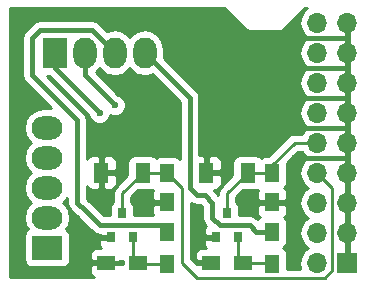
<source format=gbr>
%TF.GenerationSoftware,KiCad,Pcbnew,4.0.7*%
%TF.CreationDate,2018-08-19T23:23:26+02:00*%
%TF.ProjectId,HB-UNI-644-S4-A4,48422D554E492D3634342D53342D4134,2.0*%
%TF.FileFunction,Copper,L2,Bot,Signal*%
%FSLAX46Y46*%
G04 Gerber Fmt 4.6, Leading zero omitted, Abs format (unit mm)*
G04 Created by KiCad (PCBNEW 4.0.7) date 08/19/18 23:23:26*
%MOMM*%
%LPD*%
G01*
G04 APERTURE LIST*
%ADD10C,0.100000*%
%ADD11R,1.700000X1.700000*%
%ADD12O,1.700000X1.700000*%
%ADD13R,1.250000X1.500000*%
%ADD14R,1.300000X1.700000*%
%ADD15R,2.000000X2.600000*%
%ADD16O,2.000000X2.600000*%
%ADD17R,2.600000X2.000000*%
%ADD18O,2.600000X2.000000*%
%ADD19R,0.800000X0.900000*%
%ADD20R,1.500000X1.300000*%
%ADD21R,1.300000X1.500000*%
%ADD22C,0.600000*%
%ADD23C,0.400000*%
%ADD24C,0.250000*%
%ADD25C,0.254000*%
G04 APERTURE END LIST*
D10*
D11*
X118110000Y-104140000D03*
D12*
X115570000Y-104140000D03*
X118110000Y-101600000D03*
X115570000Y-101600000D03*
X118110000Y-99060000D03*
X115570000Y-99060000D03*
X118110000Y-96520000D03*
X115570000Y-96520000D03*
X118110000Y-93980000D03*
X115570000Y-93980000D03*
X118110000Y-91440000D03*
X115570000Y-91440000D03*
X118110000Y-88900000D03*
X115570000Y-88900000D03*
X118110000Y-86360000D03*
X115570000Y-86360000D03*
X118110000Y-83820000D03*
X115570000Y-83820000D03*
D13*
X102870000Y-96540000D03*
X102870000Y-99040000D03*
X111760000Y-96540000D03*
X111760000Y-99040000D03*
D14*
X100810000Y-96520000D03*
X97310000Y-96520000D03*
X109700000Y-96520000D03*
X106200000Y-96520000D03*
D15*
X93345000Y-86360000D03*
D16*
X95885000Y-86360000D03*
X98425000Y-86360000D03*
X100965000Y-86360000D03*
D17*
X92710000Y-102870000D03*
D18*
X92710000Y-100330000D03*
X92710000Y-97790000D03*
X92710000Y-95250000D03*
X92710000Y-92710000D03*
D19*
X100010000Y-101965000D03*
X98110000Y-101965000D03*
X99060000Y-99965000D03*
X108900000Y-101965000D03*
X107000000Y-101965000D03*
X107950000Y-99965000D03*
D20*
X100410000Y-104140000D03*
X97710000Y-104140000D03*
X109300000Y-104140000D03*
X106600000Y-104140000D03*
D21*
X102870000Y-101520000D03*
X102870000Y-104220000D03*
X111760000Y-101520000D03*
X111760000Y-104220000D03*
D22*
X113665000Y-84455000D03*
X96520000Y-98425000D03*
X95250000Y-104140000D03*
X95250000Y-100330000D03*
X99060000Y-104140000D03*
X113665000Y-100965000D03*
X113665000Y-97790000D03*
X105410000Y-101600000D03*
X105410000Y-99695000D03*
X99060000Y-92075000D03*
X99060000Y-94615000D03*
X101600000Y-99060000D03*
X113665000Y-95250000D03*
X109220000Y-92710000D03*
X102870000Y-92710000D03*
X109220000Y-90170000D03*
X109220000Y-87630000D03*
X109220000Y-85090000D03*
X97155000Y-91440000D03*
X98425000Y-90805000D03*
D23*
X113665000Y-85090000D02*
X113665000Y-84455000D01*
X95250000Y-104140000D02*
X97710000Y-104140000D01*
X97710000Y-104140000D02*
X99060000Y-104140000D01*
X113665000Y-100965000D02*
X113665000Y-97790000D01*
X105775000Y-101965000D02*
X105410000Y-101600000D01*
X105775000Y-101965000D02*
X107000000Y-101965000D01*
X99060000Y-92075000D02*
X99060000Y-94615000D01*
X118110000Y-93980000D02*
X118110000Y-95250000D01*
X118110000Y-95250000D02*
X113665000Y-95250000D01*
X118110000Y-91440000D02*
X118110000Y-92710000D01*
X118110000Y-92710000D02*
X109220000Y-92710000D01*
X102235000Y-92075000D02*
X99060000Y-92075000D01*
X102870000Y-92710000D02*
X102235000Y-92075000D01*
X99060000Y-92075000D02*
X99060000Y-93345000D01*
X118110000Y-88900000D02*
X118110000Y-90170000D01*
X118110000Y-90170000D02*
X109220000Y-90170000D01*
X118110000Y-86360000D02*
X118110000Y-87630000D01*
X118110000Y-87630000D02*
X109220000Y-87630000D01*
X118110000Y-83820000D02*
X118110000Y-85090000D01*
X118110000Y-85090000D02*
X113665000Y-85090000D01*
X113665000Y-85090000D02*
X109220000Y-85090000D01*
D24*
X113030000Y-105410000D02*
X116205000Y-105410000D01*
X116840000Y-97790000D02*
X115570000Y-96520000D01*
X116840000Y-104775000D02*
X116840000Y-97790000D01*
X116205000Y-105410000D02*
X116840000Y-104775000D01*
X102870000Y-96540000D02*
X102890000Y-96540000D01*
X102890000Y-96540000D02*
X104140000Y-97790000D01*
X105410000Y-105410000D02*
X113030000Y-105410000D01*
X104140000Y-104140000D02*
X105410000Y-105410000D01*
X104140000Y-97790000D02*
X104140000Y-104140000D01*
X100810000Y-96520000D02*
X102850000Y-96520000D01*
X102850000Y-96520000D02*
X102870000Y-96540000D01*
X99060000Y-99965000D02*
X99060000Y-98270000D01*
X99060000Y-98270000D02*
X100810000Y-96520000D01*
X115570000Y-93980000D02*
X113665000Y-93980000D01*
X113665000Y-93980000D02*
X111760000Y-95885000D01*
X111760000Y-95885000D02*
X111760000Y-96540000D01*
X109700000Y-96520000D02*
X111740000Y-96520000D01*
X111740000Y-96520000D02*
X111760000Y-96540000D01*
X107950000Y-99965000D02*
X107950000Y-98270000D01*
X107950000Y-98270000D02*
X109700000Y-96520000D01*
D23*
X93345000Y-86360000D02*
X93345000Y-87630000D01*
X93345000Y-87630000D02*
X97155000Y-91440000D01*
X95885000Y-86360000D02*
X95885000Y-88265000D01*
X95885000Y-88265000D02*
X98425000Y-90805000D01*
X95250000Y-94615000D02*
X95250000Y-92075000D01*
X96520000Y-84455000D02*
X98425000Y-86360000D01*
X92075000Y-84455000D02*
X96520000Y-84455000D01*
X91440000Y-85090000D02*
X92075000Y-84455000D01*
X91440000Y-88265000D02*
X91440000Y-85090000D01*
X95250000Y-92075000D02*
X91440000Y-88265000D01*
X95885000Y-99695000D02*
X95250000Y-99060000D01*
X95250000Y-99060000D02*
X95250000Y-94615000D01*
X102870000Y-101520000D02*
X102790000Y-101520000D01*
X102790000Y-101520000D02*
X102235000Y-100965000D01*
X102235000Y-100965000D02*
X97155000Y-100965000D01*
X97155000Y-100965000D02*
X95885000Y-99695000D01*
D24*
X97155000Y-100965000D02*
X95885000Y-99695000D01*
X102870000Y-101520000D02*
X102950000Y-101520000D01*
D23*
X111760000Y-101520000D02*
X110410000Y-101520000D01*
X110410000Y-101520000D02*
X109855000Y-100965000D01*
X109855000Y-100965000D02*
X107315000Y-100965000D01*
X107315000Y-100965000D02*
X106680000Y-100330000D01*
X106680000Y-100330000D02*
X106680000Y-99060000D01*
X106680000Y-99060000D02*
X106045000Y-98425000D01*
X100965000Y-86360000D02*
X104775000Y-90170000D01*
X104775000Y-90170000D02*
X104775000Y-97790000D01*
X104775000Y-97790000D02*
X105410000Y-98425000D01*
X105410000Y-98425000D02*
X106045000Y-98425000D01*
D24*
X104775000Y-97790000D02*
X105410000Y-98425000D01*
X104775000Y-97790000D02*
X104775000Y-90170000D01*
X109855000Y-100965000D02*
X107315000Y-100965000D01*
X110410000Y-101520000D02*
X109855000Y-100965000D01*
X100010000Y-101965000D02*
X100010000Y-103740000D01*
X100010000Y-103740000D02*
X100410000Y-104140000D01*
X102870000Y-104220000D02*
X100490000Y-104220000D01*
X100490000Y-104220000D02*
X100410000Y-104140000D01*
X109300000Y-104140000D02*
X111680000Y-104140000D01*
X111680000Y-104140000D02*
X111760000Y-104220000D01*
X108900000Y-101965000D02*
X108900000Y-103740000D01*
X108900000Y-103740000D02*
X109300000Y-104140000D01*
D25*
G36*
X109370632Y-84304368D02*
X109592862Y-84452857D01*
X109855000Y-84505000D01*
X112395000Y-84505000D01*
X112657138Y-84452857D01*
X112879368Y-84304368D01*
X114583736Y-82600000D01*
X114745196Y-82600000D01*
X114490853Y-82769946D01*
X114168946Y-83251715D01*
X114055907Y-83820000D01*
X114168946Y-84388285D01*
X114490853Y-84870054D01*
X114820026Y-85090000D01*
X114490853Y-85309946D01*
X114168946Y-85791715D01*
X114055907Y-86360000D01*
X114168946Y-86928285D01*
X114490853Y-87410054D01*
X114820026Y-87630000D01*
X114490853Y-87849946D01*
X114168946Y-88331715D01*
X114055907Y-88900000D01*
X114168946Y-89468285D01*
X114490853Y-89950054D01*
X114820026Y-90170000D01*
X114490853Y-90389946D01*
X114168946Y-90871715D01*
X114055907Y-91440000D01*
X114168946Y-92008285D01*
X114490853Y-92490054D01*
X114820026Y-92710000D01*
X114490853Y-92929946D01*
X114297046Y-93220000D01*
X113665000Y-93220000D01*
X113374161Y-93277852D01*
X113127599Y-93442599D01*
X111427638Y-95142560D01*
X111135000Y-95142560D01*
X110899683Y-95186838D01*
X110824719Y-95235076D01*
X110814090Y-95218559D01*
X110601890Y-95073569D01*
X110350000Y-95022560D01*
X109050000Y-95022560D01*
X108814683Y-95066838D01*
X108598559Y-95205910D01*
X108453569Y-95418110D01*
X108402560Y-95670000D01*
X108402560Y-96742638D01*
X107412599Y-97732599D01*
X107247852Y-97979161D01*
X107190000Y-98270000D01*
X107190000Y-98389132D01*
X106805868Y-98005000D01*
X106976309Y-98005000D01*
X107209698Y-97908327D01*
X107388327Y-97729699D01*
X107485000Y-97496310D01*
X107485000Y-96805750D01*
X107326250Y-96647000D01*
X106327000Y-96647000D01*
X106327000Y-96667000D01*
X106073000Y-96667000D01*
X106073000Y-96647000D01*
X106053000Y-96647000D01*
X106053000Y-96393000D01*
X106073000Y-96393000D01*
X106073000Y-95193750D01*
X106327000Y-95193750D01*
X106327000Y-96393000D01*
X107326250Y-96393000D01*
X107485000Y-96234250D01*
X107485000Y-95543690D01*
X107388327Y-95310301D01*
X107209698Y-95131673D01*
X106976309Y-95035000D01*
X106485750Y-95035000D01*
X106327000Y-95193750D01*
X106073000Y-95193750D01*
X105914250Y-95035000D01*
X105610000Y-95035000D01*
X105610000Y-90170000D01*
X105546440Y-89850460D01*
X105365434Y-89579566D01*
X102580717Y-86794849D01*
X102600000Y-86697909D01*
X102600000Y-86022091D01*
X102475543Y-85396404D01*
X102121120Y-84865971D01*
X101590687Y-84511548D01*
X100965000Y-84387091D01*
X100339313Y-84511548D01*
X99808880Y-84865971D01*
X99695000Y-85036405D01*
X99581120Y-84865971D01*
X99050687Y-84511548D01*
X98425000Y-84387091D01*
X97799313Y-84511548D01*
X97774198Y-84528330D01*
X97110434Y-83864566D01*
X96853667Y-83693000D01*
X96839541Y-83683561D01*
X96520000Y-83620000D01*
X92075000Y-83620000D01*
X91755460Y-83683560D01*
X91484566Y-83864566D01*
X90849566Y-84499566D01*
X90668561Y-84770459D01*
X90605000Y-85090000D01*
X90605000Y-88265000D01*
X90668561Y-88584541D01*
X90849566Y-88855434D01*
X93074402Y-91080270D01*
X93047909Y-91075000D01*
X92372091Y-91075000D01*
X91746404Y-91199457D01*
X91215971Y-91553880D01*
X90861548Y-92084313D01*
X90737091Y-92710000D01*
X90861548Y-93335687D01*
X91215971Y-93866120D01*
X91386405Y-93980000D01*
X91215971Y-94093880D01*
X90861548Y-94624313D01*
X90737091Y-95250000D01*
X90861548Y-95875687D01*
X91215971Y-96406120D01*
X91386405Y-96520000D01*
X91215971Y-96633880D01*
X90861548Y-97164313D01*
X90737091Y-97790000D01*
X90861548Y-98415687D01*
X91215971Y-98946120D01*
X91386405Y-99060000D01*
X91215971Y-99173880D01*
X90861548Y-99704313D01*
X90737091Y-100330000D01*
X90861548Y-100955687D01*
X91101093Y-101314192D01*
X90958559Y-101405910D01*
X90813569Y-101618110D01*
X90762560Y-101870000D01*
X90762560Y-103870000D01*
X90806838Y-104105317D01*
X90945910Y-104321441D01*
X91158110Y-104466431D01*
X91410000Y-104517440D01*
X94010000Y-104517440D01*
X94245317Y-104473162D01*
X94461441Y-104334090D01*
X94606431Y-104121890D01*
X94657440Y-103870000D01*
X94657440Y-101870000D01*
X94613162Y-101634683D01*
X94474090Y-101418559D01*
X94319671Y-101313049D01*
X94558452Y-100955687D01*
X94682909Y-100330000D01*
X94558452Y-99704313D01*
X94204029Y-99173880D01*
X94033595Y-99060000D01*
X94204029Y-98946120D01*
X94415000Y-98630379D01*
X94415000Y-99060000D01*
X94478561Y-99379541D01*
X94644767Y-99628285D01*
X94659566Y-99650434D01*
X96564566Y-101555434D01*
X96835459Y-101736439D01*
X97155000Y-101800000D01*
X97195750Y-101800000D01*
X97233750Y-101838000D01*
X97983000Y-101838000D01*
X97983000Y-101818000D01*
X98237000Y-101818000D01*
X98237000Y-101838000D01*
X98257000Y-101838000D01*
X98257000Y-102092000D01*
X98237000Y-102092000D01*
X98237000Y-102112000D01*
X97983000Y-102112000D01*
X97983000Y-102092000D01*
X97233750Y-102092000D01*
X97075000Y-102250750D01*
X97075000Y-102541309D01*
X97171673Y-102774698D01*
X97251975Y-102855000D01*
X96833691Y-102855000D01*
X96600302Y-102951673D01*
X96421673Y-103130301D01*
X96325000Y-103363690D01*
X96325000Y-103854250D01*
X96483750Y-104013000D01*
X97583000Y-104013000D01*
X97583000Y-103993000D01*
X97837000Y-103993000D01*
X97837000Y-104013000D01*
X97857000Y-104013000D01*
X97857000Y-104267000D01*
X97837000Y-104267000D01*
X97837000Y-104287000D01*
X97583000Y-104287000D01*
X97583000Y-104267000D01*
X96483750Y-104267000D01*
X96325000Y-104425750D01*
X96325000Y-104916310D01*
X96421673Y-105149699D01*
X96600302Y-105328327D01*
X96676767Y-105360000D01*
X89585000Y-105360000D01*
X89585000Y-82600000D01*
X107666264Y-82600000D01*
X109370632Y-84304368D01*
X109370632Y-84304368D01*
G37*
X109370632Y-84304368D02*
X109592862Y-84452857D01*
X109855000Y-84505000D01*
X112395000Y-84505000D01*
X112657138Y-84452857D01*
X112879368Y-84304368D01*
X114583736Y-82600000D01*
X114745196Y-82600000D01*
X114490853Y-82769946D01*
X114168946Y-83251715D01*
X114055907Y-83820000D01*
X114168946Y-84388285D01*
X114490853Y-84870054D01*
X114820026Y-85090000D01*
X114490853Y-85309946D01*
X114168946Y-85791715D01*
X114055907Y-86360000D01*
X114168946Y-86928285D01*
X114490853Y-87410054D01*
X114820026Y-87630000D01*
X114490853Y-87849946D01*
X114168946Y-88331715D01*
X114055907Y-88900000D01*
X114168946Y-89468285D01*
X114490853Y-89950054D01*
X114820026Y-90170000D01*
X114490853Y-90389946D01*
X114168946Y-90871715D01*
X114055907Y-91440000D01*
X114168946Y-92008285D01*
X114490853Y-92490054D01*
X114820026Y-92710000D01*
X114490853Y-92929946D01*
X114297046Y-93220000D01*
X113665000Y-93220000D01*
X113374161Y-93277852D01*
X113127599Y-93442599D01*
X111427638Y-95142560D01*
X111135000Y-95142560D01*
X110899683Y-95186838D01*
X110824719Y-95235076D01*
X110814090Y-95218559D01*
X110601890Y-95073569D01*
X110350000Y-95022560D01*
X109050000Y-95022560D01*
X108814683Y-95066838D01*
X108598559Y-95205910D01*
X108453569Y-95418110D01*
X108402560Y-95670000D01*
X108402560Y-96742638D01*
X107412599Y-97732599D01*
X107247852Y-97979161D01*
X107190000Y-98270000D01*
X107190000Y-98389132D01*
X106805868Y-98005000D01*
X106976309Y-98005000D01*
X107209698Y-97908327D01*
X107388327Y-97729699D01*
X107485000Y-97496310D01*
X107485000Y-96805750D01*
X107326250Y-96647000D01*
X106327000Y-96647000D01*
X106327000Y-96667000D01*
X106073000Y-96667000D01*
X106073000Y-96647000D01*
X106053000Y-96647000D01*
X106053000Y-96393000D01*
X106073000Y-96393000D01*
X106073000Y-95193750D01*
X106327000Y-95193750D01*
X106327000Y-96393000D01*
X107326250Y-96393000D01*
X107485000Y-96234250D01*
X107485000Y-95543690D01*
X107388327Y-95310301D01*
X107209698Y-95131673D01*
X106976309Y-95035000D01*
X106485750Y-95035000D01*
X106327000Y-95193750D01*
X106073000Y-95193750D01*
X105914250Y-95035000D01*
X105610000Y-95035000D01*
X105610000Y-90170000D01*
X105546440Y-89850460D01*
X105365434Y-89579566D01*
X102580717Y-86794849D01*
X102600000Y-86697909D01*
X102600000Y-86022091D01*
X102475543Y-85396404D01*
X102121120Y-84865971D01*
X101590687Y-84511548D01*
X100965000Y-84387091D01*
X100339313Y-84511548D01*
X99808880Y-84865971D01*
X99695000Y-85036405D01*
X99581120Y-84865971D01*
X99050687Y-84511548D01*
X98425000Y-84387091D01*
X97799313Y-84511548D01*
X97774198Y-84528330D01*
X97110434Y-83864566D01*
X96853667Y-83693000D01*
X96839541Y-83683561D01*
X96520000Y-83620000D01*
X92075000Y-83620000D01*
X91755460Y-83683560D01*
X91484566Y-83864566D01*
X90849566Y-84499566D01*
X90668561Y-84770459D01*
X90605000Y-85090000D01*
X90605000Y-88265000D01*
X90668561Y-88584541D01*
X90849566Y-88855434D01*
X93074402Y-91080270D01*
X93047909Y-91075000D01*
X92372091Y-91075000D01*
X91746404Y-91199457D01*
X91215971Y-91553880D01*
X90861548Y-92084313D01*
X90737091Y-92710000D01*
X90861548Y-93335687D01*
X91215971Y-93866120D01*
X91386405Y-93980000D01*
X91215971Y-94093880D01*
X90861548Y-94624313D01*
X90737091Y-95250000D01*
X90861548Y-95875687D01*
X91215971Y-96406120D01*
X91386405Y-96520000D01*
X91215971Y-96633880D01*
X90861548Y-97164313D01*
X90737091Y-97790000D01*
X90861548Y-98415687D01*
X91215971Y-98946120D01*
X91386405Y-99060000D01*
X91215971Y-99173880D01*
X90861548Y-99704313D01*
X90737091Y-100330000D01*
X90861548Y-100955687D01*
X91101093Y-101314192D01*
X90958559Y-101405910D01*
X90813569Y-101618110D01*
X90762560Y-101870000D01*
X90762560Y-103870000D01*
X90806838Y-104105317D01*
X90945910Y-104321441D01*
X91158110Y-104466431D01*
X91410000Y-104517440D01*
X94010000Y-104517440D01*
X94245317Y-104473162D01*
X94461441Y-104334090D01*
X94606431Y-104121890D01*
X94657440Y-103870000D01*
X94657440Y-101870000D01*
X94613162Y-101634683D01*
X94474090Y-101418559D01*
X94319671Y-101313049D01*
X94558452Y-100955687D01*
X94682909Y-100330000D01*
X94558452Y-99704313D01*
X94204029Y-99173880D01*
X94033595Y-99060000D01*
X94204029Y-98946120D01*
X94415000Y-98630379D01*
X94415000Y-99060000D01*
X94478561Y-99379541D01*
X94644767Y-99628285D01*
X94659566Y-99650434D01*
X96564566Y-101555434D01*
X96835459Y-101736439D01*
X97155000Y-101800000D01*
X97195750Y-101800000D01*
X97233750Y-101838000D01*
X97983000Y-101838000D01*
X97983000Y-101818000D01*
X98237000Y-101818000D01*
X98237000Y-101838000D01*
X98257000Y-101838000D01*
X98257000Y-102092000D01*
X98237000Y-102092000D01*
X98237000Y-102112000D01*
X97983000Y-102112000D01*
X97983000Y-102092000D01*
X97233750Y-102092000D01*
X97075000Y-102250750D01*
X97075000Y-102541309D01*
X97171673Y-102774698D01*
X97251975Y-102855000D01*
X96833691Y-102855000D01*
X96600302Y-102951673D01*
X96421673Y-103130301D01*
X96325000Y-103363690D01*
X96325000Y-103854250D01*
X96483750Y-104013000D01*
X97583000Y-104013000D01*
X97583000Y-103993000D01*
X97837000Y-103993000D01*
X97837000Y-104013000D01*
X97857000Y-104013000D01*
X97857000Y-104267000D01*
X97837000Y-104267000D01*
X97837000Y-104287000D01*
X97583000Y-104287000D01*
X97583000Y-104267000D01*
X96483750Y-104267000D01*
X96325000Y-104425750D01*
X96325000Y-104916310D01*
X96421673Y-105149699D01*
X96600302Y-105328327D01*
X96676767Y-105360000D01*
X89585000Y-105360000D01*
X89585000Y-82600000D01*
X107666264Y-82600000D01*
X109370632Y-84304368D01*
G36*
X114490853Y-95030054D02*
X114820026Y-95250000D01*
X114490853Y-95469946D01*
X114168946Y-95951715D01*
X114055907Y-96520000D01*
X114168946Y-97088285D01*
X114490853Y-97570054D01*
X114820026Y-97790000D01*
X114490853Y-98009946D01*
X114168946Y-98491715D01*
X114055907Y-99060000D01*
X114168946Y-99628285D01*
X114490853Y-100110054D01*
X114820026Y-100330000D01*
X114490853Y-100549946D01*
X114168946Y-101031715D01*
X114055907Y-101600000D01*
X114168946Y-102168285D01*
X114490853Y-102650054D01*
X114820026Y-102870000D01*
X114490853Y-103089946D01*
X114168946Y-103571715D01*
X114055907Y-104140000D01*
X114157352Y-104650000D01*
X113057440Y-104650000D01*
X113057440Y-103470000D01*
X113013162Y-103234683D01*
X112874090Y-103018559D01*
X112661890Y-102873569D01*
X112648803Y-102870919D01*
X112861441Y-102734090D01*
X113006431Y-102521890D01*
X113057440Y-102270000D01*
X113057440Y-100770000D01*
X113013162Y-100534683D01*
X112874090Y-100318559D01*
X112803024Y-100270002D01*
X112923327Y-100149698D01*
X113020000Y-99916309D01*
X113020000Y-99325750D01*
X112861250Y-99167000D01*
X111887000Y-99167000D01*
X111887000Y-99187000D01*
X111633000Y-99187000D01*
X111633000Y-99167000D01*
X110658750Y-99167000D01*
X110500000Y-99325750D01*
X110500000Y-99916309D01*
X110596673Y-100149698D01*
X110715953Y-100268978D01*
X110658559Y-100305910D01*
X110544179Y-100473311D01*
X110445434Y-100374566D01*
X110376232Y-100328327D01*
X110174541Y-100193561D01*
X109855000Y-100130000D01*
X108997440Y-100130000D01*
X108997440Y-99515000D01*
X108953162Y-99279683D01*
X108814090Y-99063559D01*
X108710000Y-98992437D01*
X108710000Y-98584802D01*
X109277362Y-98017440D01*
X110350000Y-98017440D01*
X110578379Y-97974467D01*
X110500000Y-98163691D01*
X110500000Y-98754250D01*
X110658750Y-98913000D01*
X111633000Y-98913000D01*
X111633000Y-98893000D01*
X111887000Y-98893000D01*
X111887000Y-98913000D01*
X112861250Y-98913000D01*
X113020000Y-98754250D01*
X113020000Y-98163691D01*
X112923327Y-97930302D01*
X112782090Y-97789064D01*
X112836441Y-97754090D01*
X112981431Y-97541890D01*
X113032440Y-97290000D01*
X113032440Y-95790000D01*
X113016186Y-95703616D01*
X113979802Y-94740000D01*
X114297046Y-94740000D01*
X114490853Y-95030054D01*
X114490853Y-95030054D01*
G37*
X114490853Y-95030054D02*
X114820026Y-95250000D01*
X114490853Y-95469946D01*
X114168946Y-95951715D01*
X114055907Y-96520000D01*
X114168946Y-97088285D01*
X114490853Y-97570054D01*
X114820026Y-97790000D01*
X114490853Y-98009946D01*
X114168946Y-98491715D01*
X114055907Y-99060000D01*
X114168946Y-99628285D01*
X114490853Y-100110054D01*
X114820026Y-100330000D01*
X114490853Y-100549946D01*
X114168946Y-101031715D01*
X114055907Y-101600000D01*
X114168946Y-102168285D01*
X114490853Y-102650054D01*
X114820026Y-102870000D01*
X114490853Y-103089946D01*
X114168946Y-103571715D01*
X114055907Y-104140000D01*
X114157352Y-104650000D01*
X113057440Y-104650000D01*
X113057440Y-103470000D01*
X113013162Y-103234683D01*
X112874090Y-103018559D01*
X112661890Y-102873569D01*
X112648803Y-102870919D01*
X112861441Y-102734090D01*
X113006431Y-102521890D01*
X113057440Y-102270000D01*
X113057440Y-100770000D01*
X113013162Y-100534683D01*
X112874090Y-100318559D01*
X112803024Y-100270002D01*
X112923327Y-100149698D01*
X113020000Y-99916309D01*
X113020000Y-99325750D01*
X112861250Y-99167000D01*
X111887000Y-99167000D01*
X111887000Y-99187000D01*
X111633000Y-99187000D01*
X111633000Y-99167000D01*
X110658750Y-99167000D01*
X110500000Y-99325750D01*
X110500000Y-99916309D01*
X110596673Y-100149698D01*
X110715953Y-100268978D01*
X110658559Y-100305910D01*
X110544179Y-100473311D01*
X110445434Y-100374566D01*
X110376232Y-100328327D01*
X110174541Y-100193561D01*
X109855000Y-100130000D01*
X108997440Y-100130000D01*
X108997440Y-99515000D01*
X108953162Y-99279683D01*
X108814090Y-99063559D01*
X108710000Y-98992437D01*
X108710000Y-98584802D01*
X109277362Y-98017440D01*
X110350000Y-98017440D01*
X110578379Y-97974467D01*
X110500000Y-98163691D01*
X110500000Y-98754250D01*
X110658750Y-98913000D01*
X111633000Y-98913000D01*
X111633000Y-98893000D01*
X111887000Y-98893000D01*
X111887000Y-98913000D01*
X112861250Y-98913000D01*
X113020000Y-98754250D01*
X113020000Y-98163691D01*
X112923327Y-97930302D01*
X112782090Y-97789064D01*
X112836441Y-97754090D01*
X112981431Y-97541890D01*
X113032440Y-97290000D01*
X113032440Y-95790000D01*
X113016186Y-95703616D01*
X113979802Y-94740000D01*
X114297046Y-94740000D01*
X114490853Y-95030054D01*
G36*
X105090460Y-99196440D02*
X105410000Y-99260000D01*
X105699132Y-99260000D01*
X105845000Y-99405868D01*
X105845000Y-100330000D01*
X105908561Y-100649541D01*
X106021023Y-100817852D01*
X106089566Y-100920434D01*
X106193053Y-101023921D01*
X106061673Y-101155302D01*
X105965000Y-101388691D01*
X105965000Y-101679250D01*
X106123750Y-101838000D01*
X106873000Y-101838000D01*
X106873000Y-101818000D01*
X107127000Y-101818000D01*
X107127000Y-101838000D01*
X107147000Y-101838000D01*
X107147000Y-102092000D01*
X107127000Y-102092000D01*
X107127000Y-102112000D01*
X106873000Y-102112000D01*
X106873000Y-102092000D01*
X106123750Y-102092000D01*
X105965000Y-102250750D01*
X105965000Y-102541309D01*
X106061673Y-102774698D01*
X106141975Y-102855000D01*
X105723691Y-102855000D01*
X105490302Y-102951673D01*
X105311673Y-103130301D01*
X105215000Y-103363690D01*
X105215000Y-103854250D01*
X105373750Y-104013000D01*
X106473000Y-104013000D01*
X106473000Y-103993000D01*
X106727000Y-103993000D01*
X106727000Y-104013000D01*
X106747000Y-104013000D01*
X106747000Y-104267000D01*
X106727000Y-104267000D01*
X106727000Y-104287000D01*
X106473000Y-104287000D01*
X106473000Y-104267000D01*
X105373750Y-104267000D01*
X105357776Y-104282974D01*
X104900000Y-103825198D01*
X104900000Y-99069178D01*
X105090460Y-99196440D01*
X105090460Y-99196440D01*
G37*
X105090460Y-99196440D02*
X105410000Y-99260000D01*
X105699132Y-99260000D01*
X105845000Y-99405868D01*
X105845000Y-100330000D01*
X105908561Y-100649541D01*
X106021023Y-100817852D01*
X106089566Y-100920434D01*
X106193053Y-101023921D01*
X106061673Y-101155302D01*
X105965000Y-101388691D01*
X105965000Y-101679250D01*
X106123750Y-101838000D01*
X106873000Y-101838000D01*
X106873000Y-101818000D01*
X107127000Y-101818000D01*
X107127000Y-101838000D01*
X107147000Y-101838000D01*
X107147000Y-102092000D01*
X107127000Y-102092000D01*
X107127000Y-102112000D01*
X106873000Y-102112000D01*
X106873000Y-102092000D01*
X106123750Y-102092000D01*
X105965000Y-102250750D01*
X105965000Y-102541309D01*
X106061673Y-102774698D01*
X106141975Y-102855000D01*
X105723691Y-102855000D01*
X105490302Y-102951673D01*
X105311673Y-103130301D01*
X105215000Y-103363690D01*
X105215000Y-103854250D01*
X105373750Y-104013000D01*
X106473000Y-104013000D01*
X106473000Y-103993000D01*
X106727000Y-103993000D01*
X106727000Y-104013000D01*
X106747000Y-104013000D01*
X106747000Y-104267000D01*
X106727000Y-104267000D01*
X106727000Y-104287000D01*
X106473000Y-104287000D01*
X106473000Y-104267000D01*
X105373750Y-104267000D01*
X105357776Y-104282974D01*
X104900000Y-103825198D01*
X104900000Y-99069178D01*
X105090460Y-99196440D01*
G36*
X118237000Y-83693000D02*
X118257000Y-83693000D01*
X118257000Y-83947000D01*
X118237000Y-83947000D01*
X118237000Y-86233000D01*
X118257000Y-86233000D01*
X118257000Y-86487000D01*
X118237000Y-86487000D01*
X118237000Y-88773000D01*
X118257000Y-88773000D01*
X118257000Y-89027000D01*
X118237000Y-89027000D01*
X118237000Y-91313000D01*
X118257000Y-91313000D01*
X118257000Y-91567000D01*
X118237000Y-91567000D01*
X118237000Y-93853000D01*
X118257000Y-93853000D01*
X118257000Y-94107000D01*
X118237000Y-94107000D01*
X118237000Y-96393000D01*
X118257000Y-96393000D01*
X118257000Y-96647000D01*
X118237000Y-96647000D01*
X118237000Y-98933000D01*
X118257000Y-98933000D01*
X118257000Y-99187000D01*
X118237000Y-99187000D01*
X118237000Y-101473000D01*
X118257000Y-101473000D01*
X118257000Y-101727000D01*
X118237000Y-101727000D01*
X118237000Y-104013000D01*
X118257000Y-104013000D01*
X118257000Y-104267000D01*
X118237000Y-104267000D01*
X118237000Y-104287000D01*
X117983000Y-104287000D01*
X117983000Y-104267000D01*
X117963000Y-104267000D01*
X117963000Y-104013000D01*
X117983000Y-104013000D01*
X117983000Y-101727000D01*
X117963000Y-101727000D01*
X117963000Y-101473000D01*
X117983000Y-101473000D01*
X117983000Y-99187000D01*
X117963000Y-99187000D01*
X117963000Y-98933000D01*
X117983000Y-98933000D01*
X117983000Y-96647000D01*
X117963000Y-96647000D01*
X117963000Y-96393000D01*
X117983000Y-96393000D01*
X117983000Y-94107000D01*
X117963000Y-94107000D01*
X117963000Y-93853000D01*
X117983000Y-93853000D01*
X117983000Y-91567000D01*
X117963000Y-91567000D01*
X117963000Y-91313000D01*
X117983000Y-91313000D01*
X117983000Y-89027000D01*
X117963000Y-89027000D01*
X117963000Y-88773000D01*
X117983000Y-88773000D01*
X117983000Y-86487000D01*
X117963000Y-86487000D01*
X117963000Y-86233000D01*
X117983000Y-86233000D01*
X117983000Y-83947000D01*
X117963000Y-83947000D01*
X117963000Y-83693000D01*
X117983000Y-83693000D01*
X117983000Y-83673000D01*
X118237000Y-83673000D01*
X118237000Y-83693000D01*
X118237000Y-83693000D01*
G37*
X118237000Y-83693000D02*
X118257000Y-83693000D01*
X118257000Y-83947000D01*
X118237000Y-83947000D01*
X118237000Y-86233000D01*
X118257000Y-86233000D01*
X118257000Y-86487000D01*
X118237000Y-86487000D01*
X118237000Y-88773000D01*
X118257000Y-88773000D01*
X118257000Y-89027000D01*
X118237000Y-89027000D01*
X118237000Y-91313000D01*
X118257000Y-91313000D01*
X118257000Y-91567000D01*
X118237000Y-91567000D01*
X118237000Y-93853000D01*
X118257000Y-93853000D01*
X118257000Y-94107000D01*
X118237000Y-94107000D01*
X118237000Y-96393000D01*
X118257000Y-96393000D01*
X118257000Y-96647000D01*
X118237000Y-96647000D01*
X118237000Y-98933000D01*
X118257000Y-98933000D01*
X118257000Y-99187000D01*
X118237000Y-99187000D01*
X118237000Y-101473000D01*
X118257000Y-101473000D01*
X118257000Y-101727000D01*
X118237000Y-101727000D01*
X118237000Y-104013000D01*
X118257000Y-104013000D01*
X118257000Y-104267000D01*
X118237000Y-104267000D01*
X118237000Y-104287000D01*
X117983000Y-104287000D01*
X117983000Y-104267000D01*
X117963000Y-104267000D01*
X117963000Y-104013000D01*
X117983000Y-104013000D01*
X117983000Y-101727000D01*
X117963000Y-101727000D01*
X117963000Y-101473000D01*
X117983000Y-101473000D01*
X117983000Y-99187000D01*
X117963000Y-99187000D01*
X117963000Y-98933000D01*
X117983000Y-98933000D01*
X117983000Y-96647000D01*
X117963000Y-96647000D01*
X117963000Y-96393000D01*
X117983000Y-96393000D01*
X117983000Y-94107000D01*
X117963000Y-94107000D01*
X117963000Y-93853000D01*
X117983000Y-93853000D01*
X117983000Y-91567000D01*
X117963000Y-91567000D01*
X117963000Y-91313000D01*
X117983000Y-91313000D01*
X117983000Y-89027000D01*
X117963000Y-89027000D01*
X117963000Y-88773000D01*
X117983000Y-88773000D01*
X117983000Y-86487000D01*
X117963000Y-86487000D01*
X117963000Y-86233000D01*
X117983000Y-86233000D01*
X117983000Y-83947000D01*
X117963000Y-83947000D01*
X117963000Y-83693000D01*
X117983000Y-83693000D01*
X117983000Y-83673000D01*
X118237000Y-83673000D01*
X118237000Y-83693000D01*
G36*
X101610000Y-98163691D02*
X101610000Y-98754250D01*
X101768750Y-98913000D01*
X102743000Y-98913000D01*
X102743000Y-98893000D01*
X102997000Y-98893000D01*
X102997000Y-98913000D01*
X103017000Y-98913000D01*
X103017000Y-99167000D01*
X102997000Y-99167000D01*
X102997000Y-99187000D01*
X102743000Y-99187000D01*
X102743000Y-99167000D01*
X101768750Y-99167000D01*
X101610000Y-99325750D01*
X101610000Y-99916309D01*
X101698514Y-100130000D01*
X100107440Y-100130000D01*
X100107440Y-99515000D01*
X100063162Y-99279683D01*
X99924090Y-99063559D01*
X99820000Y-98992437D01*
X99820000Y-98584802D01*
X100387362Y-98017440D01*
X101460000Y-98017440D01*
X101688379Y-97974467D01*
X101610000Y-98163691D01*
X101610000Y-98163691D01*
G37*
X101610000Y-98163691D02*
X101610000Y-98754250D01*
X101768750Y-98913000D01*
X102743000Y-98913000D01*
X102743000Y-98893000D01*
X102997000Y-98893000D01*
X102997000Y-98913000D01*
X103017000Y-98913000D01*
X103017000Y-99167000D01*
X102997000Y-99167000D01*
X102997000Y-99187000D01*
X102743000Y-99187000D01*
X102743000Y-99167000D01*
X101768750Y-99167000D01*
X101610000Y-99325750D01*
X101610000Y-99916309D01*
X101698514Y-100130000D01*
X100107440Y-100130000D01*
X100107440Y-99515000D01*
X100063162Y-99279683D01*
X99924090Y-99063559D01*
X99820000Y-98992437D01*
X99820000Y-98584802D01*
X100387362Y-98017440D01*
X101460000Y-98017440D01*
X101688379Y-97974467D01*
X101610000Y-98163691D01*
G36*
X99808880Y-87854029D02*
X100339313Y-88208452D01*
X100965000Y-88332909D01*
X101590687Y-88208452D01*
X101615802Y-88191670D01*
X103940000Y-90515868D01*
X103940000Y-95325515D01*
X103746890Y-95193569D01*
X103495000Y-95142560D01*
X102245000Y-95142560D01*
X102009683Y-95186838D01*
X101934719Y-95235076D01*
X101924090Y-95218559D01*
X101711890Y-95073569D01*
X101460000Y-95022560D01*
X100160000Y-95022560D01*
X99924683Y-95066838D01*
X99708559Y-95205910D01*
X99563569Y-95418110D01*
X99512560Y-95670000D01*
X99512560Y-96742638D01*
X98522599Y-97732599D01*
X98357852Y-97979161D01*
X98300000Y-98270000D01*
X98300000Y-98992069D01*
X98208559Y-99050910D01*
X98063569Y-99263110D01*
X98012560Y-99515000D01*
X98012560Y-100130000D01*
X97500868Y-100130000D01*
X96085000Y-98714132D01*
X96085000Y-97641163D01*
X96121673Y-97729699D01*
X96300302Y-97908327D01*
X96533691Y-98005000D01*
X97024250Y-98005000D01*
X97183000Y-97846250D01*
X97183000Y-96647000D01*
X97437000Y-96647000D01*
X97437000Y-97846250D01*
X97595750Y-98005000D01*
X98086309Y-98005000D01*
X98319698Y-97908327D01*
X98498327Y-97729699D01*
X98595000Y-97496310D01*
X98595000Y-96805750D01*
X98436250Y-96647000D01*
X97437000Y-96647000D01*
X97183000Y-96647000D01*
X97163000Y-96647000D01*
X97163000Y-96393000D01*
X97183000Y-96393000D01*
X97183000Y-95193750D01*
X97437000Y-95193750D01*
X97437000Y-96393000D01*
X98436250Y-96393000D01*
X98595000Y-96234250D01*
X98595000Y-95543690D01*
X98498327Y-95310301D01*
X98319698Y-95131673D01*
X98086309Y-95035000D01*
X97595750Y-95035000D01*
X97437000Y-95193750D01*
X97183000Y-95193750D01*
X97024250Y-95035000D01*
X96533691Y-95035000D01*
X96300302Y-95131673D01*
X96121673Y-95310301D01*
X96085000Y-95398837D01*
X96085000Y-92075000D01*
X96076135Y-92030434D01*
X96021440Y-91755460D01*
X95840434Y-91484566D01*
X92663308Y-88307440D01*
X92841572Y-88307440D01*
X96262465Y-91728333D01*
X96361883Y-91968943D01*
X96624673Y-92232192D01*
X96968201Y-92374838D01*
X97340167Y-92375162D01*
X97683943Y-92233117D01*
X97947192Y-91970327D01*
X98071622Y-91670668D01*
X98238201Y-91739838D01*
X98610167Y-91740162D01*
X98953943Y-91598117D01*
X99217192Y-91335327D01*
X99359838Y-90991799D01*
X99360162Y-90619833D01*
X99218117Y-90276057D01*
X98955327Y-90012808D01*
X98713090Y-89912222D01*
X96809596Y-88008728D01*
X97041120Y-87854029D01*
X97155000Y-87683595D01*
X97268880Y-87854029D01*
X97799313Y-88208452D01*
X98425000Y-88332909D01*
X99050687Y-88208452D01*
X99581120Y-87854029D01*
X99695000Y-87683595D01*
X99808880Y-87854029D01*
X99808880Y-87854029D01*
G37*
X99808880Y-87854029D02*
X100339313Y-88208452D01*
X100965000Y-88332909D01*
X101590687Y-88208452D01*
X101615802Y-88191670D01*
X103940000Y-90515868D01*
X103940000Y-95325515D01*
X103746890Y-95193569D01*
X103495000Y-95142560D01*
X102245000Y-95142560D01*
X102009683Y-95186838D01*
X101934719Y-95235076D01*
X101924090Y-95218559D01*
X101711890Y-95073569D01*
X101460000Y-95022560D01*
X100160000Y-95022560D01*
X99924683Y-95066838D01*
X99708559Y-95205910D01*
X99563569Y-95418110D01*
X99512560Y-95670000D01*
X99512560Y-96742638D01*
X98522599Y-97732599D01*
X98357852Y-97979161D01*
X98300000Y-98270000D01*
X98300000Y-98992069D01*
X98208559Y-99050910D01*
X98063569Y-99263110D01*
X98012560Y-99515000D01*
X98012560Y-100130000D01*
X97500868Y-100130000D01*
X96085000Y-98714132D01*
X96085000Y-97641163D01*
X96121673Y-97729699D01*
X96300302Y-97908327D01*
X96533691Y-98005000D01*
X97024250Y-98005000D01*
X97183000Y-97846250D01*
X97183000Y-96647000D01*
X97437000Y-96647000D01*
X97437000Y-97846250D01*
X97595750Y-98005000D01*
X98086309Y-98005000D01*
X98319698Y-97908327D01*
X98498327Y-97729699D01*
X98595000Y-97496310D01*
X98595000Y-96805750D01*
X98436250Y-96647000D01*
X97437000Y-96647000D01*
X97183000Y-96647000D01*
X97163000Y-96647000D01*
X97163000Y-96393000D01*
X97183000Y-96393000D01*
X97183000Y-95193750D01*
X97437000Y-95193750D01*
X97437000Y-96393000D01*
X98436250Y-96393000D01*
X98595000Y-96234250D01*
X98595000Y-95543690D01*
X98498327Y-95310301D01*
X98319698Y-95131673D01*
X98086309Y-95035000D01*
X97595750Y-95035000D01*
X97437000Y-95193750D01*
X97183000Y-95193750D01*
X97024250Y-95035000D01*
X96533691Y-95035000D01*
X96300302Y-95131673D01*
X96121673Y-95310301D01*
X96085000Y-95398837D01*
X96085000Y-92075000D01*
X96076135Y-92030434D01*
X96021440Y-91755460D01*
X95840434Y-91484566D01*
X92663308Y-88307440D01*
X92841572Y-88307440D01*
X96262465Y-91728333D01*
X96361883Y-91968943D01*
X96624673Y-92232192D01*
X96968201Y-92374838D01*
X97340167Y-92375162D01*
X97683943Y-92233117D01*
X97947192Y-91970327D01*
X98071622Y-91670668D01*
X98238201Y-91739838D01*
X98610167Y-91740162D01*
X98953943Y-91598117D01*
X99217192Y-91335327D01*
X99359838Y-90991799D01*
X99360162Y-90619833D01*
X99218117Y-90276057D01*
X98955327Y-90012808D01*
X98713090Y-89912222D01*
X96809596Y-88008728D01*
X97041120Y-87854029D01*
X97155000Y-87683595D01*
X97268880Y-87854029D01*
X97799313Y-88208452D01*
X98425000Y-88332909D01*
X99050687Y-88208452D01*
X99581120Y-87854029D01*
X99695000Y-87683595D01*
X99808880Y-87854029D01*
M02*

</source>
